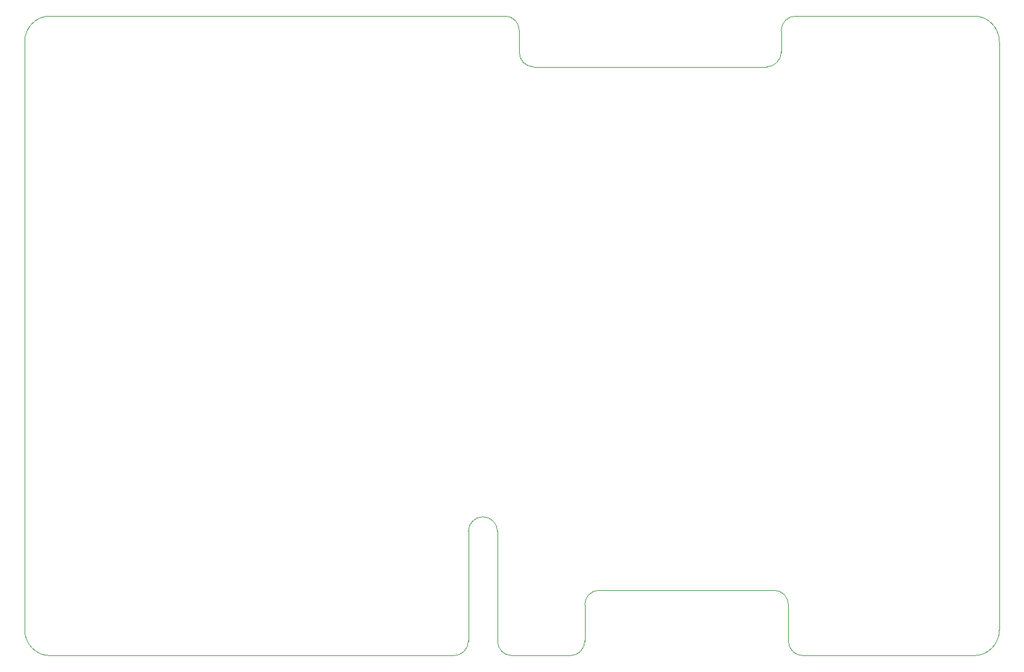
<source format=gm1>
G04 #@! TF.GenerationSoftware,KiCad,Pcbnew,7.0.6*
G04 #@! TF.CreationDate,2023-09-04T15:44:28-07:00*
G04 #@! TF.ProjectId,tulipcc,74756c69-7063-4632-9e6b-696361645f70,rev?*
G04 #@! TF.SameCoordinates,Original*
G04 #@! TF.FileFunction,Profile,NP*
%FSLAX46Y46*%
G04 Gerber Fmt 4.6, Leading zero omitted, Abs format (unit mm)*
G04 Created by KiCad (PCBNEW 7.0.6) date 2023-09-04 15:44:28*
%MOMM*%
%LPD*%
G01*
G04 APERTURE LIST*
G04 #@! TA.AperFunction,Profile*
%ADD10C,0.100000*%
G04 #@! TD*
G04 APERTURE END LIST*
D10*
X67000000Y0D02*
X75000000Y0D01*
X59000000Y0D02*
G75*
G03*
X61000000Y2000000I1J1999999D01*
G01*
X63000000Y19100000D02*
G75*
G03*
X61000000Y17100000I-1J-1999999D01*
G01*
X61000000Y2000000D02*
X61000000Y17100000D01*
X65000000Y17100000D02*
G75*
G03*
X63000000Y19100000I-1999999J1D01*
G01*
X65000000Y2000000D02*
G75*
G03*
X67000000Y0I1999999J-1D01*
G01*
X65000000Y2000000D02*
X65000000Y17100000D01*
X75000000Y0D02*
G75*
G03*
X77000000Y2000000I0J2000000D01*
G01*
X79000000Y9000000D02*
G75*
G03*
X77000000Y7000000I0J-2000000D01*
G01*
X134000000Y3500000D02*
X134000000Y84500000D01*
X0Y84500000D02*
X0Y3500000D01*
X79000000Y9000000D02*
X103000000Y9000000D01*
X130500000Y0D02*
G75*
G03*
X134000000Y3500000I0J3500000D01*
G01*
X105000000Y2000000D02*
G75*
G03*
X107000000Y0I2000000J0D01*
G01*
X107000000Y0D02*
X130500000Y0D01*
X134000000Y84500000D02*
G75*
G03*
X130500000Y88000000I-3500000J0D01*
G01*
X68000000Y83000000D02*
X68000000Y86000000D01*
X3500000Y88000000D02*
G75*
G03*
X0Y84500000I0J-3500000D01*
G01*
X3500000Y0D02*
X59000000Y0D01*
X105999999Y88000034D02*
G75*
G03*
X104000143Y85990071I29501J-2029234D01*
G01*
X106000000Y87999999D02*
X130500000Y88000000D01*
X68000000Y83000000D02*
G75*
G03*
X70000000Y81000000I2000000J0D01*
G01*
X0Y3500000D02*
G75*
G03*
X3500000Y0I3500000J0D01*
G01*
X102000000Y81000000D02*
G75*
G03*
X104000050Y83014214I-14200J2014200D01*
G01*
X68000000Y86000000D02*
G75*
G03*
X66000000Y88000000I-2000000J0D01*
G01*
X105000000Y7000000D02*
G75*
G03*
X103000000Y9000000I-2000000J0D01*
G01*
X77000000Y2000000D02*
X77000000Y7000000D01*
X104000050Y83014214D02*
X104000000Y86000000D01*
X105000000Y2000000D02*
X105000000Y7000000D01*
X3500000Y88000000D02*
X66000000Y88000000D01*
X70000000Y81000000D02*
X102000000Y81000000D01*
M02*

</source>
